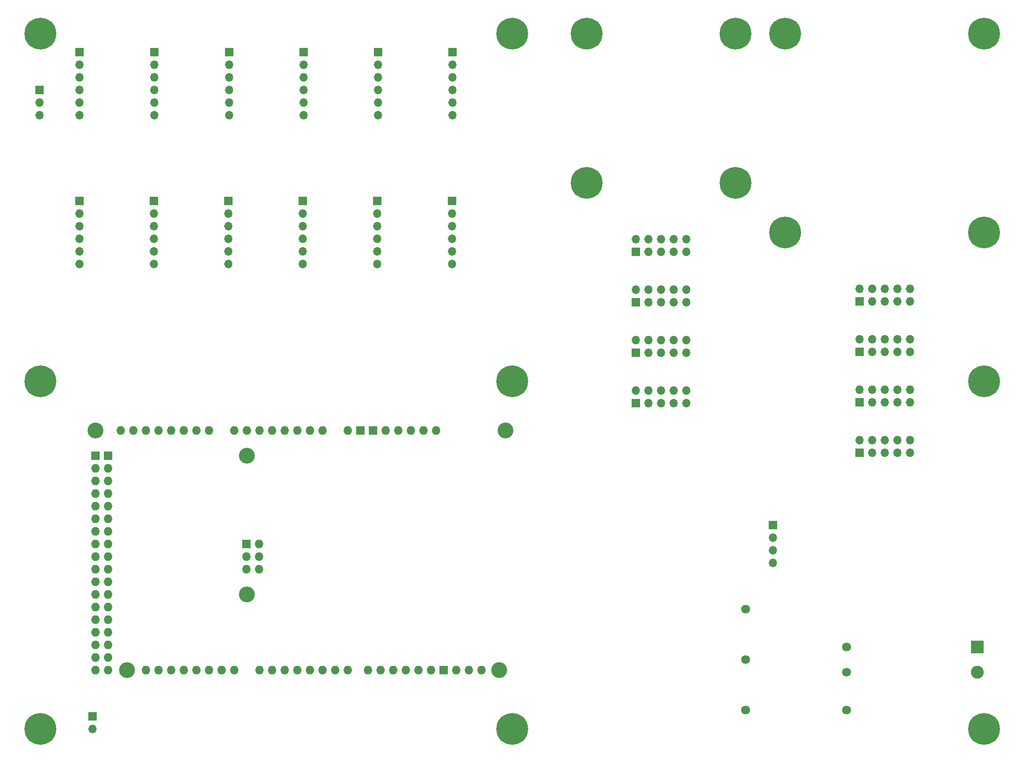
<source format=gbr>
%TF.GenerationSoftware,KiCad,Pcbnew,7.0.7*%
%TF.CreationDate,2024-02-22T12:48:11+00:00*%
%TF.ProjectId,baseBoard_rev0,62617365-426f-4617-9264-5f726576302e,rev?*%
%TF.SameCoordinates,Original*%
%TF.FileFunction,Soldermask,Top*%
%TF.FilePolarity,Negative*%
%FSLAX46Y46*%
G04 Gerber Fmt 4.6, Leading zero omitted, Abs format (unit mm)*
G04 Created by KiCad (PCBNEW 7.0.7) date 2024-02-22 12:48:11*
%MOMM*%
%LPD*%
G01*
G04 APERTURE LIST*
%ADD10R,1.700000X1.700000*%
%ADD11O,1.700000X1.700000*%
%ADD12R,2.600000X2.600000*%
%ADD13C,2.600000*%
%ADD14C,0.800000*%
%ADD15C,6.400000*%
%ADD16C,3.200000*%
%ADD17O,1.727200X1.727200*%
%ADD18R,1.727200X1.727200*%
%ADD19C,1.800000*%
G04 APERTURE END LIST*
D10*
%TO.C,J11*%
X72870000Y-38650000D03*
D11*
X72870000Y-41190000D03*
X72870000Y-43730000D03*
X72870000Y-46270000D03*
X72870000Y-48810000D03*
X72870000Y-51350000D03*
%TD*%
D12*
%TO.C,J21*%
X193695000Y-128455000D03*
D13*
X193695000Y-133535000D03*
%TD*%
D14*
%TO.C,H3*%
X112600000Y-5000000D03*
X113302944Y-3302944D03*
X113302944Y-6697056D03*
X115000000Y-2600000D03*
D15*
X115000000Y-5000000D03*
D14*
X115000000Y-7400000D03*
X116697056Y-3302944D03*
X116697056Y-6697056D03*
X117400000Y-5000000D03*
%TD*%
D10*
%TO.C,J19*%
X124920000Y-69210000D03*
D11*
X124920000Y-66670000D03*
X127460000Y-69210000D03*
X127460000Y-66670000D03*
X130000000Y-69210000D03*
X130000000Y-66670000D03*
X132540000Y-69210000D03*
X132540000Y-66670000D03*
X135080000Y-69210000D03*
X135080000Y-66670000D03*
%TD*%
D10*
%TO.C,J13*%
X169920000Y-58890000D03*
D11*
X169920000Y-56350000D03*
X172460000Y-58890000D03*
X172460000Y-56350000D03*
X175000000Y-58890000D03*
X175000000Y-56350000D03*
X177540000Y-58890000D03*
X177540000Y-56350000D03*
X180080000Y-58890000D03*
X180080000Y-56350000D03*
%TD*%
D10*
%TO.C,J20*%
X124920000Y-79370000D03*
D11*
X124920000Y-76830000D03*
X127460000Y-79370000D03*
X127460000Y-76830000D03*
X130000000Y-79370000D03*
X130000000Y-76830000D03*
X132540000Y-79370000D03*
X132540000Y-76830000D03*
X135080000Y-79370000D03*
X135080000Y-76830000D03*
%TD*%
D10*
%TO.C,J14*%
X169920000Y-69050000D03*
D11*
X169920000Y-66510000D03*
X172460000Y-69050000D03*
X172460000Y-66510000D03*
X175000000Y-69050000D03*
X175000000Y-66510000D03*
X177540000Y-69050000D03*
X177540000Y-66510000D03*
X180080000Y-69050000D03*
X180080000Y-66510000D03*
%TD*%
D14*
%TO.C,H1*%
X2600000Y-5000000D03*
X3302944Y-3302944D03*
X3302944Y-6697056D03*
X5000000Y-2600000D03*
D15*
X5000000Y-5000000D03*
D14*
X5000000Y-7400000D03*
X6697056Y-3302944D03*
X6697056Y-6697056D03*
X7400000Y-5000000D03*
%TD*%
%TO.C,H13*%
X97600000Y-145000000D03*
X98302944Y-143302944D03*
X98302944Y-146697056D03*
X100000000Y-142600000D03*
D15*
X100000000Y-145000000D03*
D14*
X100000000Y-147400000D03*
X101697056Y-143302944D03*
X101697056Y-146697056D03*
X102400000Y-145000000D03*
%TD*%
D16*
%TO.C,A1*%
X98660000Y-84870000D03*
X97390000Y-133130000D03*
D17*
X84690000Y-84870000D03*
D16*
X46590000Y-117890000D03*
X46590000Y-89950000D03*
X22460000Y-133130000D03*
X16110000Y-84870000D03*
D17*
X77070000Y-84870000D03*
X74530000Y-84870000D03*
X46463000Y-112810000D03*
X18650000Y-133130000D03*
X16110000Y-133130000D03*
X61830000Y-84870000D03*
X59290000Y-84870000D03*
X56750000Y-84870000D03*
X54210000Y-84870000D03*
X51670000Y-84870000D03*
X49130000Y-84870000D03*
X46590000Y-84870000D03*
X44050000Y-84870000D03*
X38970000Y-84870000D03*
X36430000Y-84870000D03*
X33890000Y-84870000D03*
X31350000Y-84870000D03*
X28810000Y-84870000D03*
X26270000Y-84870000D03*
X23730000Y-84870000D03*
X21190000Y-84870000D03*
X88754000Y-133130000D03*
X49130000Y-133130000D03*
X51670000Y-133130000D03*
X54210000Y-133130000D03*
X56750000Y-133130000D03*
X59290000Y-133130000D03*
X61830000Y-133130000D03*
X64370000Y-133130000D03*
X66910000Y-133130000D03*
X70974000Y-133130000D03*
X73514000Y-133130000D03*
X76054000Y-133130000D03*
X78594000Y-133130000D03*
X81134000Y-133130000D03*
X83674000Y-133130000D03*
X44050000Y-133130000D03*
X41510000Y-133130000D03*
X38970000Y-133130000D03*
X36430000Y-133130000D03*
X33890000Y-133130000D03*
X31350000Y-133130000D03*
X28810000Y-133130000D03*
X26270000Y-133130000D03*
X18650000Y-130590000D03*
X16110000Y-130590000D03*
X18650000Y-128050000D03*
X16110000Y-128050000D03*
X18650000Y-125510000D03*
X16110000Y-125510000D03*
X18650000Y-122970000D03*
X16110000Y-122970000D03*
X18650000Y-120430000D03*
X16110000Y-120430000D03*
X18650000Y-117890000D03*
X16110000Y-117890000D03*
X18650000Y-115350000D03*
X16110000Y-115350000D03*
X18650000Y-112810000D03*
X16110000Y-112810000D03*
X18650000Y-110270000D03*
X16110000Y-110270000D03*
X18650000Y-107730000D03*
X16110000Y-107730000D03*
X18650000Y-105190000D03*
X16110000Y-105190000D03*
X18650000Y-102650000D03*
X16110000Y-102650000D03*
X18650000Y-100110000D03*
X16110000Y-100110000D03*
X18650000Y-97570000D03*
X16110000Y-97570000D03*
X18650000Y-95030000D03*
X16110000Y-95030000D03*
X18650000Y-92490000D03*
X16110000Y-92490000D03*
D18*
X86214000Y-133130000D03*
X71990000Y-84870000D03*
X69450000Y-84870000D03*
X46463000Y-107730000D03*
X18650000Y-89950000D03*
X16110000Y-89950000D03*
D17*
X82150000Y-84870000D03*
X49003000Y-112810000D03*
X46463000Y-110270000D03*
X79610000Y-84870000D03*
X49003000Y-107730000D03*
X49003000Y-110270000D03*
X93834000Y-133130000D03*
X91294000Y-133130000D03*
X66910000Y-84870000D03*
%TD*%
D10*
%TO.C,J18*%
X124920000Y-59050000D03*
D11*
X124920000Y-56510000D03*
X127460000Y-59050000D03*
X127460000Y-56510000D03*
X130000000Y-59050000D03*
X130000000Y-56510000D03*
X132540000Y-59050000D03*
X132540000Y-56510000D03*
X135080000Y-59050000D03*
X135080000Y-56510000D03*
%TD*%
D10*
%TO.C,J23*%
X15500000Y-142500000D03*
D11*
X15500000Y-145040000D03*
%TD*%
%TO.C,J22*%
X4870000Y-21350000D03*
X4870000Y-18810000D03*
D10*
X4870000Y-16270000D03*
%TD*%
%TO.C,J3*%
X43000000Y-8650000D03*
D11*
X43000000Y-11190000D03*
X43000000Y-13730000D03*
X43000000Y-16270000D03*
X43000000Y-18810000D03*
X43000000Y-21350000D03*
%TD*%
D10*
%TO.C,J6*%
X88000000Y-8650000D03*
D11*
X88000000Y-11190000D03*
X88000000Y-13730000D03*
X88000000Y-16270000D03*
X88000000Y-18810000D03*
X88000000Y-21350000D03*
%TD*%
D14*
%TO.C,H2*%
X97600000Y-5000000D03*
X98302944Y-3302944D03*
X98302944Y-6697056D03*
X100000000Y-2600000D03*
D15*
X100000000Y-5000000D03*
D14*
X100000000Y-7400000D03*
X101697056Y-3302944D03*
X101697056Y-6697056D03*
X102400000Y-5000000D03*
%TD*%
%TO.C,H10*%
X152600000Y-45000000D03*
X153302944Y-43302944D03*
X153302944Y-46697056D03*
X155000000Y-42600000D03*
D15*
X155000000Y-45000000D03*
D14*
X155000000Y-47400000D03*
X156697056Y-43302944D03*
X156697056Y-46697056D03*
X157400000Y-45000000D03*
%TD*%
%TO.C,H4*%
X142600000Y-5000000D03*
X143302944Y-3302944D03*
X143302944Y-6697056D03*
X145000000Y-2600000D03*
D15*
X145000000Y-5000000D03*
D14*
X145000000Y-7400000D03*
X146697056Y-3302944D03*
X146697056Y-6697056D03*
X147400000Y-5000000D03*
%TD*%
%TO.C,H8*%
X192600000Y-5000000D03*
X193302944Y-3302944D03*
X193302944Y-6697056D03*
X195000000Y-2600000D03*
D15*
X195000000Y-5000000D03*
D14*
X195000000Y-7400000D03*
X196697056Y-3302944D03*
X196697056Y-6697056D03*
X197400000Y-5000000D03*
%TD*%
D10*
%TO.C,J9*%
X42870000Y-38650000D03*
D11*
X42870000Y-41190000D03*
X42870000Y-43730000D03*
X42870000Y-46270000D03*
X42870000Y-48810000D03*
X42870000Y-51350000D03*
%TD*%
D10*
%TO.C,J1*%
X12870000Y-8650000D03*
D11*
X12870000Y-11190000D03*
X12870000Y-13730000D03*
X12870000Y-16270000D03*
X12870000Y-18810000D03*
X12870000Y-21350000D03*
%TD*%
D10*
%TO.C,J17*%
X124920000Y-48890000D03*
D11*
X124920000Y-46350000D03*
X127460000Y-48890000D03*
X127460000Y-46350000D03*
X130000000Y-48890000D03*
X130000000Y-46350000D03*
X132540000Y-48890000D03*
X132540000Y-46350000D03*
X135080000Y-48890000D03*
X135080000Y-46350000D03*
%TD*%
D10*
%TO.C,J12*%
X87870000Y-38650000D03*
D11*
X87870000Y-41190000D03*
X87870000Y-43730000D03*
X87870000Y-46270000D03*
X87870000Y-48810000D03*
X87870000Y-51350000D03*
%TD*%
D10*
%TO.C,J5*%
X73000000Y-8650000D03*
D11*
X73000000Y-11190000D03*
X73000000Y-13730000D03*
X73000000Y-16270000D03*
X73000000Y-18810000D03*
X73000000Y-21350000D03*
%TD*%
D10*
%TO.C,J10*%
X57870000Y-38650000D03*
D11*
X57870000Y-41190000D03*
X57870000Y-43730000D03*
X57870000Y-46270000D03*
X57870000Y-48810000D03*
X57870000Y-51350000D03*
%TD*%
D10*
%TO.C,J16*%
X169920000Y-89370000D03*
D11*
X169920000Y-86830000D03*
X172460000Y-89370000D03*
X172460000Y-86830000D03*
X175000000Y-89370000D03*
X175000000Y-86830000D03*
X177540000Y-89370000D03*
X177540000Y-86830000D03*
X180080000Y-89370000D03*
X180080000Y-86830000D03*
%TD*%
D14*
%TO.C,H11*%
X192600000Y-75000000D03*
X193302944Y-73302944D03*
X193302944Y-76697056D03*
X195000000Y-72600000D03*
D15*
X195000000Y-75000000D03*
D14*
X195000000Y-77400000D03*
X196697056Y-73302944D03*
X196697056Y-76697056D03*
X197400000Y-75000000D03*
%TD*%
D10*
%TO.C,J2*%
X28000000Y-8650000D03*
D11*
X28000000Y-11190000D03*
X28000000Y-13730000D03*
X28000000Y-16270000D03*
X28000000Y-18810000D03*
X28000000Y-21350000D03*
%TD*%
D14*
%TO.C,H6*%
X112600000Y-35000000D03*
X113302944Y-33302944D03*
X113302944Y-36697056D03*
X115000000Y-32600000D03*
D15*
X115000000Y-35000000D03*
D14*
X115000000Y-37400000D03*
X116697056Y-33302944D03*
X116697056Y-36697056D03*
X117400000Y-35000000D03*
%TD*%
%TO.C,H16*%
X97600000Y-75000000D03*
X98302944Y-73302944D03*
X98302944Y-76697056D03*
X100000000Y-72600000D03*
D15*
X100000000Y-75000000D03*
D14*
X100000000Y-77400000D03*
X101697056Y-73302944D03*
X101697056Y-76697056D03*
X102400000Y-75000000D03*
%TD*%
%TO.C,H12*%
X192600000Y-145000000D03*
X193302944Y-143302944D03*
X193302944Y-146697056D03*
X195000000Y-142600000D03*
D15*
X195000000Y-145000000D03*
D14*
X195000000Y-147400000D03*
X196697056Y-143302944D03*
X196697056Y-146697056D03*
X197400000Y-145000000D03*
%TD*%
%TO.C,H14*%
X2600000Y-145000000D03*
X3302944Y-143302944D03*
X3302944Y-146697056D03*
X5000000Y-142600000D03*
D15*
X5000000Y-145000000D03*
D14*
X5000000Y-147400000D03*
X6697056Y-143302944D03*
X6697056Y-146697056D03*
X7400000Y-145000000D03*
%TD*%
%TO.C,H15*%
X2600000Y-75000000D03*
X3302944Y-73302944D03*
X3302944Y-76697056D03*
X5000000Y-72600000D03*
D15*
X5000000Y-75000000D03*
D14*
X5000000Y-77400000D03*
X6697056Y-73302944D03*
X6697056Y-76697056D03*
X7400000Y-75000000D03*
%TD*%
%TO.C,H9*%
X192600000Y-45000000D03*
X193302944Y-43302944D03*
X193302944Y-46697056D03*
X195000000Y-42600000D03*
D15*
X195000000Y-45000000D03*
D14*
X195000000Y-47400000D03*
X196697056Y-43302944D03*
X196697056Y-46697056D03*
X197400000Y-45000000D03*
%TD*%
D10*
%TO.C,J15*%
X169920000Y-79210000D03*
D11*
X169920000Y-76670000D03*
X172460000Y-79210000D03*
X172460000Y-76670000D03*
X175000000Y-79210000D03*
X175000000Y-76670000D03*
X177540000Y-79210000D03*
X177540000Y-76670000D03*
X180080000Y-79210000D03*
X180080000Y-76670000D03*
%TD*%
D14*
%TO.C,H5*%
X142600000Y-35000000D03*
X143302944Y-33302944D03*
X143302944Y-36697056D03*
X145000000Y-32600000D03*
D15*
X145000000Y-35000000D03*
D14*
X145000000Y-37400000D03*
X146697056Y-33302944D03*
X146697056Y-36697056D03*
X147400000Y-35000000D03*
%TD*%
D10*
%TO.C,J7*%
X12870000Y-38650000D03*
D11*
X12870000Y-41190000D03*
X12870000Y-43730000D03*
X12870000Y-46270000D03*
X12870000Y-48810000D03*
X12870000Y-51350000D03*
%TD*%
D14*
%TO.C,H7*%
X152600000Y-5000000D03*
X153302944Y-3302944D03*
X153302944Y-6697056D03*
X155000000Y-2600000D03*
D15*
X155000000Y-5000000D03*
D14*
X155000000Y-7400000D03*
X156697056Y-3302944D03*
X156697056Y-6697056D03*
X157400000Y-5000000D03*
%TD*%
D10*
%TO.C,J8*%
X27870000Y-38650000D03*
D11*
X27870000Y-41190000D03*
X27870000Y-43730000D03*
X27870000Y-46270000D03*
X27870000Y-48810000D03*
X27870000Y-51350000D03*
%TD*%
D10*
%TO.C,J4*%
X58000000Y-8650000D03*
D11*
X58000000Y-11190000D03*
X58000000Y-13730000D03*
X58000000Y-16270000D03*
X58000000Y-18810000D03*
X58000000Y-21350000D03*
%TD*%
D10*
%TO.C,J24*%
X152500000Y-103920000D03*
D11*
X152500000Y-106460000D03*
X152500000Y-109000000D03*
X152500000Y-111540000D03*
%TD*%
D19*
%TO.C,U1*%
X167320000Y-128460000D03*
X167320000Y-133540000D03*
X167320000Y-141160000D03*
X147000000Y-120840000D03*
X147000000Y-131000000D03*
X147000000Y-141160000D03*
%TD*%
M02*

</source>
